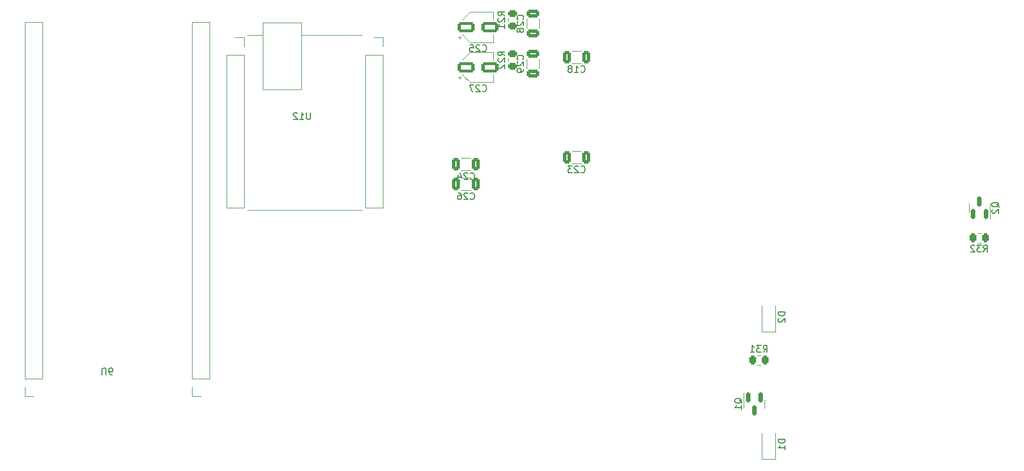
<source format=gbo>
G04 #@! TF.GenerationSoftware,KiCad,Pcbnew,6.0.11-2627ca5db0~126~ubuntu20.04.1*
G04 #@! TF.CreationDate,2023-06-25T12:50:40-04:00*
G04 #@! TF.ProjectId,SDR-Transceiver,5344522d-5472-4616-9e73-636569766572,rev?*
G04 #@! TF.SameCoordinates,Original*
G04 #@! TF.FileFunction,Legend,Bot*
G04 #@! TF.FilePolarity,Positive*
%FSLAX46Y46*%
G04 Gerber Fmt 4.6, Leading zero omitted, Abs format (unit mm)*
G04 Created by KiCad (PCBNEW 6.0.11-2627ca5db0~126~ubuntu20.04.1) date 2023-06-25 12:50:40*
%MOMM*%
%LPD*%
G01*
G04 APERTURE LIST*
G04 Aperture macros list*
%AMRoundRect*
0 Rectangle with rounded corners*
0 $1 Rounding radius*
0 $2 $3 $4 $5 $6 $7 $8 $9 X,Y pos of 4 corners*
0 Add a 4 corners polygon primitive as box body*
4,1,4,$2,$3,$4,$5,$6,$7,$8,$9,$2,$3,0*
0 Add four circle primitives for the rounded corners*
1,1,$1+$1,$2,$3*
1,1,$1+$1,$4,$5*
1,1,$1+$1,$6,$7*
1,1,$1+$1,$8,$9*
0 Add four rect primitives between the rounded corners*
20,1,$1+$1,$2,$3,$4,$5,0*
20,1,$1+$1,$4,$5,$6,$7,0*
20,1,$1+$1,$6,$7,$8,$9,0*
20,1,$1+$1,$8,$9,$2,$3,0*%
G04 Aperture macros list end*
%ADD10C,0.150000*%
%ADD11C,0.120000*%
%ADD12C,1.219200*%
%ADD13C,0.800000*%
%ADD14C,6.400000*%
%ADD15RoundRect,0.350000X-2.150000X-0.350000X2.150000X-0.350000X2.150000X0.350000X-2.150000X0.350000X0*%
%ADD16C,1.200000*%
%ADD17C,2.503200*%
%ADD18R,1.700000X1.700000*%
%ADD19O,1.700000X1.700000*%
%ADD20R,2.000000X2.000000*%
%ADD21C,2.000000*%
%ADD22C,1.981200*%
%ADD23R,4.200000X4.200000*%
%ADD24C,4.200000*%
%ADD25C,4.000000*%
%ADD26R,1.000000X1.000000*%
%ADD27R,2.000000X3.200000*%
%ADD28C,3.419200*%
%ADD29O,2.819200X1.511200*%
%ADD30RoundRect,0.250000X-0.325000X-0.650000X0.325000X-0.650000X0.325000X0.650000X-0.325000X0.650000X0*%
%ADD31RoundRect,0.150000X-0.150000X0.587500X-0.150000X-0.587500X0.150000X-0.587500X0.150000X0.587500X0*%
%ADD32RoundRect,0.250000X0.262500X0.450000X-0.262500X0.450000X-0.262500X-0.450000X0.262500X-0.450000X0*%
%ADD33RoundRect,0.150000X0.150000X-0.587500X0.150000X0.587500X-0.150000X0.587500X-0.150000X-0.587500X0*%
%ADD34RoundRect,0.250000X-1.050000X-0.550000X1.050000X-0.550000X1.050000X0.550000X-1.050000X0.550000X0*%
%ADD35R,1.200000X0.900000*%
%ADD36RoundRect,0.250000X-0.450000X0.262500X-0.450000X-0.262500X0.450000X-0.262500X0.450000X0.262500X0*%
%ADD37RoundRect,0.250000X-0.650000X0.325000X-0.650000X-0.325000X0.650000X-0.325000X0.650000X0.325000X0*%
%ADD38RoundRect,0.250000X-0.262500X-0.450000X0.262500X-0.450000X0.262500X0.450000X-0.262500X0.450000X0*%
G04 APERTURE END LIST*
D10*
X102738095Y-72332380D02*
X102738095Y-73141904D01*
X102690476Y-73237142D01*
X102642857Y-73284761D01*
X102547619Y-73332380D01*
X102357142Y-73332380D01*
X102261904Y-73284761D01*
X102214285Y-73237142D01*
X102166666Y-73141904D01*
X102166666Y-72332380D01*
X101166666Y-73332380D02*
X101738095Y-73332380D01*
X101452380Y-73332380D02*
X101452380Y-72332380D01*
X101547619Y-72475238D01*
X101642857Y-72570476D01*
X101738095Y-72618095D01*
X100785714Y-72427619D02*
X100738095Y-72380000D01*
X100642857Y-72332380D01*
X100404761Y-72332380D01*
X100309523Y-72380000D01*
X100261904Y-72427619D01*
X100214285Y-72522857D01*
X100214285Y-72618095D01*
X100261904Y-72760952D01*
X100833333Y-73332380D01*
X100214285Y-73332380D01*
X126642857Y-85207142D02*
X126690476Y-85254761D01*
X126833333Y-85302380D01*
X126928571Y-85302380D01*
X127071428Y-85254761D01*
X127166666Y-85159523D01*
X127214285Y-85064285D01*
X127261904Y-84873809D01*
X127261904Y-84730952D01*
X127214285Y-84540476D01*
X127166666Y-84445238D01*
X127071428Y-84350000D01*
X126928571Y-84302380D01*
X126833333Y-84302380D01*
X126690476Y-84350000D01*
X126642857Y-84397619D01*
X126261904Y-84397619D02*
X126214285Y-84350000D01*
X126119047Y-84302380D01*
X125880952Y-84302380D01*
X125785714Y-84350000D01*
X125738095Y-84397619D01*
X125690476Y-84492857D01*
X125690476Y-84588095D01*
X125738095Y-84730952D01*
X126309523Y-85302380D01*
X125690476Y-85302380D01*
X124833333Y-84302380D02*
X125023809Y-84302380D01*
X125119047Y-84350000D01*
X125166666Y-84397619D01*
X125261904Y-84540476D01*
X125309523Y-84730952D01*
X125309523Y-85111904D01*
X125261904Y-85207142D01*
X125214285Y-85254761D01*
X125119047Y-85302380D01*
X124928571Y-85302380D01*
X124833333Y-85254761D01*
X124785714Y-85207142D01*
X124738095Y-85111904D01*
X124738095Y-84873809D01*
X124785714Y-84778571D01*
X124833333Y-84730952D01*
X124928571Y-84683333D01*
X125119047Y-84683333D01*
X125214285Y-84730952D01*
X125261904Y-84778571D01*
X125309523Y-84873809D01*
X167250619Y-115777261D02*
X167203000Y-115682023D01*
X167107761Y-115586785D01*
X166964904Y-115443928D01*
X166917285Y-115348690D01*
X166917285Y-115253452D01*
X167155380Y-115301071D02*
X167107761Y-115205833D01*
X167012523Y-115110595D01*
X166822047Y-115062976D01*
X166488714Y-115062976D01*
X166298238Y-115110595D01*
X166203000Y-115205833D01*
X166155380Y-115301071D01*
X166155380Y-115491547D01*
X166203000Y-115586785D01*
X166298238Y-115682023D01*
X166488714Y-115729642D01*
X166822047Y-115729642D01*
X167012523Y-115682023D01*
X167107761Y-115586785D01*
X167155380Y-115491547D01*
X167155380Y-115301071D01*
X167155380Y-116682023D02*
X167155380Y-116110595D01*
X167155380Y-116396309D02*
X166155380Y-116396309D01*
X166298238Y-116301071D01*
X166393476Y-116205833D01*
X166441095Y-116110595D01*
X170436657Y-108149380D02*
X170769990Y-107673190D01*
X171008085Y-108149380D02*
X171008085Y-107149380D01*
X170627133Y-107149380D01*
X170531895Y-107197000D01*
X170484276Y-107244619D01*
X170436657Y-107339857D01*
X170436657Y-107482714D01*
X170484276Y-107577952D01*
X170531895Y-107625571D01*
X170627133Y-107673190D01*
X171008085Y-107673190D01*
X170103323Y-107149380D02*
X169484276Y-107149380D01*
X169817609Y-107530333D01*
X169674752Y-107530333D01*
X169579514Y-107577952D01*
X169531895Y-107625571D01*
X169484276Y-107720809D01*
X169484276Y-107958904D01*
X169531895Y-108054142D01*
X169579514Y-108101761D01*
X169674752Y-108149380D01*
X169960466Y-108149380D01*
X170055704Y-108101761D01*
X170103323Y-108054142D01*
X168531895Y-108149380D02*
X169103323Y-108149380D01*
X168817609Y-108149380D02*
X168817609Y-107149380D01*
X168912847Y-107292238D01*
X169008085Y-107387476D01*
X169103323Y-107435095D01*
X205702019Y-86455661D02*
X205654400Y-86360423D01*
X205559161Y-86265185D01*
X205416304Y-86122328D01*
X205368685Y-86027090D01*
X205368685Y-85931852D01*
X205606780Y-85979471D02*
X205559161Y-85884233D01*
X205463923Y-85788995D01*
X205273447Y-85741376D01*
X204940114Y-85741376D01*
X204749638Y-85788995D01*
X204654400Y-85884233D01*
X204606780Y-85979471D01*
X204606780Y-86169947D01*
X204654400Y-86265185D01*
X204749638Y-86360423D01*
X204940114Y-86408042D01*
X205273447Y-86408042D01*
X205463923Y-86360423D01*
X205559161Y-86265185D01*
X205606780Y-86169947D01*
X205606780Y-85979471D01*
X204702019Y-86788995D02*
X204654400Y-86836614D01*
X204606780Y-86931852D01*
X204606780Y-87169947D01*
X204654400Y-87265185D01*
X204702019Y-87312804D01*
X204797257Y-87360423D01*
X204892495Y-87360423D01*
X205035352Y-87312804D01*
X205606780Y-86741376D01*
X205606780Y-87360423D01*
X128442857Y-63082142D02*
X128490476Y-63129761D01*
X128633333Y-63177380D01*
X128728571Y-63177380D01*
X128871428Y-63129761D01*
X128966666Y-63034523D01*
X129014285Y-62939285D01*
X129061904Y-62748809D01*
X129061904Y-62605952D01*
X129014285Y-62415476D01*
X128966666Y-62320238D01*
X128871428Y-62225000D01*
X128728571Y-62177380D01*
X128633333Y-62177380D01*
X128490476Y-62225000D01*
X128442857Y-62272619D01*
X128061904Y-62272619D02*
X128014285Y-62225000D01*
X127919047Y-62177380D01*
X127680952Y-62177380D01*
X127585714Y-62225000D01*
X127538095Y-62272619D01*
X127490476Y-62367857D01*
X127490476Y-62463095D01*
X127538095Y-62605952D01*
X128109523Y-63177380D01*
X127490476Y-63177380D01*
X126585714Y-62177380D02*
X127061904Y-62177380D01*
X127109523Y-62653571D01*
X127061904Y-62605952D01*
X126966666Y-62558333D01*
X126728571Y-62558333D01*
X126633333Y-62605952D01*
X126585714Y-62653571D01*
X126538095Y-62748809D01*
X126538095Y-62986904D01*
X126585714Y-63082142D01*
X126633333Y-63129761D01*
X126728571Y-63177380D01*
X126966666Y-63177380D01*
X127061904Y-63129761D01*
X127109523Y-63082142D01*
X173666680Y-102132904D02*
X172666680Y-102132904D01*
X172666680Y-102371000D01*
X172714300Y-102513857D01*
X172809538Y-102609095D01*
X172904776Y-102656714D01*
X173095252Y-102704333D01*
X173238109Y-102704333D01*
X173428585Y-102656714D01*
X173523823Y-102609095D01*
X173619061Y-102513857D01*
X173666680Y-102371000D01*
X173666680Y-102132904D01*
X172761919Y-103085285D02*
X172714300Y-103132904D01*
X172666680Y-103228142D01*
X172666680Y-103466238D01*
X172714300Y-103561476D01*
X172761919Y-103609095D01*
X172857157Y-103656714D01*
X172952395Y-103656714D01*
X173095252Y-103609095D01*
X173666680Y-103037666D01*
X173666680Y-103656714D01*
X131802380Y-57794642D02*
X131326190Y-57461309D01*
X131802380Y-57223214D02*
X130802380Y-57223214D01*
X130802380Y-57604166D01*
X130850000Y-57699404D01*
X130897619Y-57747023D01*
X130992857Y-57794642D01*
X131135714Y-57794642D01*
X131230952Y-57747023D01*
X131278571Y-57699404D01*
X131326190Y-57604166D01*
X131326190Y-57223214D01*
X130897619Y-58175595D02*
X130850000Y-58223214D01*
X130802380Y-58318452D01*
X130802380Y-58556547D01*
X130850000Y-58651785D01*
X130897619Y-58699404D01*
X130992857Y-58747023D01*
X131088095Y-58747023D01*
X131230952Y-58699404D01*
X131802380Y-58127976D01*
X131802380Y-58747023D01*
X131802380Y-59699404D02*
X131802380Y-59127976D01*
X131802380Y-59413690D02*
X130802380Y-59413690D01*
X130945238Y-59318452D01*
X131040476Y-59223214D01*
X131088095Y-59127976D01*
X128442857Y-69082142D02*
X128490476Y-69129761D01*
X128633333Y-69177380D01*
X128728571Y-69177380D01*
X128871428Y-69129761D01*
X128966666Y-69034523D01*
X129014285Y-68939285D01*
X129061904Y-68748809D01*
X129061904Y-68605952D01*
X129014285Y-68415476D01*
X128966666Y-68320238D01*
X128871428Y-68225000D01*
X128728571Y-68177380D01*
X128633333Y-68177380D01*
X128490476Y-68225000D01*
X128442857Y-68272619D01*
X128061904Y-68272619D02*
X128014285Y-68225000D01*
X127919047Y-68177380D01*
X127680952Y-68177380D01*
X127585714Y-68225000D01*
X127538095Y-68272619D01*
X127490476Y-68367857D01*
X127490476Y-68463095D01*
X127538095Y-68605952D01*
X128109523Y-69177380D01*
X127490476Y-69177380D01*
X127157142Y-68177380D02*
X126490476Y-68177380D01*
X126919047Y-69177380D01*
X131802380Y-63794642D02*
X131326190Y-63461309D01*
X131802380Y-63223214D02*
X130802380Y-63223214D01*
X130802380Y-63604166D01*
X130850000Y-63699404D01*
X130897619Y-63747023D01*
X130992857Y-63794642D01*
X131135714Y-63794642D01*
X131230952Y-63747023D01*
X131278571Y-63699404D01*
X131326190Y-63604166D01*
X131326190Y-63223214D01*
X130897619Y-64175595D02*
X130850000Y-64223214D01*
X130802380Y-64318452D01*
X130802380Y-64556547D01*
X130850000Y-64651785D01*
X130897619Y-64699404D01*
X130992857Y-64747023D01*
X131088095Y-64747023D01*
X131230952Y-64699404D01*
X131802380Y-64127976D01*
X131802380Y-64747023D01*
X130897619Y-65127976D02*
X130850000Y-65175595D01*
X130802380Y-65270833D01*
X130802380Y-65508928D01*
X130850000Y-65604166D01*
X130897619Y-65651785D01*
X130992857Y-65699404D01*
X131088095Y-65699404D01*
X131230952Y-65651785D01*
X131802380Y-65080357D01*
X131802380Y-65699404D01*
X143167857Y-66207142D02*
X143215476Y-66254761D01*
X143358333Y-66302380D01*
X143453571Y-66302380D01*
X143596428Y-66254761D01*
X143691666Y-66159523D01*
X143739285Y-66064285D01*
X143786904Y-65873809D01*
X143786904Y-65730952D01*
X143739285Y-65540476D01*
X143691666Y-65445238D01*
X143596428Y-65350000D01*
X143453571Y-65302380D01*
X143358333Y-65302380D01*
X143215476Y-65350000D01*
X143167857Y-65397619D01*
X142215476Y-66302380D02*
X142786904Y-66302380D01*
X142501190Y-66302380D02*
X142501190Y-65302380D01*
X142596428Y-65445238D01*
X142691666Y-65540476D01*
X142786904Y-65588095D01*
X141644047Y-65730952D02*
X141739285Y-65683333D01*
X141786904Y-65635714D01*
X141834523Y-65540476D01*
X141834523Y-65492857D01*
X141786904Y-65397619D01*
X141739285Y-65350000D01*
X141644047Y-65302380D01*
X141453571Y-65302380D01*
X141358333Y-65350000D01*
X141310714Y-65397619D01*
X141263095Y-65492857D01*
X141263095Y-65540476D01*
X141310714Y-65635714D01*
X141358333Y-65683333D01*
X141453571Y-65730952D01*
X141644047Y-65730952D01*
X141739285Y-65778571D01*
X141786904Y-65826190D01*
X141834523Y-65921428D01*
X141834523Y-66111904D01*
X141786904Y-66207142D01*
X141739285Y-66254761D01*
X141644047Y-66302380D01*
X141453571Y-66302380D01*
X141358333Y-66254761D01*
X141310714Y-66207142D01*
X141263095Y-66111904D01*
X141263095Y-65921428D01*
X141310714Y-65826190D01*
X141358333Y-65778571D01*
X141453571Y-65730952D01*
X143167857Y-81207142D02*
X143215476Y-81254761D01*
X143358333Y-81302380D01*
X143453571Y-81302380D01*
X143596428Y-81254761D01*
X143691666Y-81159523D01*
X143739285Y-81064285D01*
X143786904Y-80873809D01*
X143786904Y-80730952D01*
X143739285Y-80540476D01*
X143691666Y-80445238D01*
X143596428Y-80350000D01*
X143453571Y-80302380D01*
X143358333Y-80302380D01*
X143215476Y-80350000D01*
X143167857Y-80397619D01*
X142786904Y-80397619D02*
X142739285Y-80350000D01*
X142644047Y-80302380D01*
X142405952Y-80302380D01*
X142310714Y-80350000D01*
X142263095Y-80397619D01*
X142215476Y-80492857D01*
X142215476Y-80588095D01*
X142263095Y-80730952D01*
X142834523Y-81302380D01*
X142215476Y-81302380D01*
X141882142Y-80302380D02*
X141263095Y-80302380D01*
X141596428Y-80683333D01*
X141453571Y-80683333D01*
X141358333Y-80730952D01*
X141310714Y-80778571D01*
X141263095Y-80873809D01*
X141263095Y-81111904D01*
X141310714Y-81207142D01*
X141358333Y-81254761D01*
X141453571Y-81302380D01*
X141739285Y-81302380D01*
X141834523Y-81254761D01*
X141882142Y-81207142D01*
X71613095Y-111495119D02*
X71613095Y-110685595D01*
X71660714Y-110590357D01*
X71708333Y-110542738D01*
X71803571Y-110495119D01*
X71994047Y-110495119D01*
X72089285Y-110542738D01*
X72136904Y-110590357D01*
X72184523Y-110685595D01*
X72184523Y-111495119D01*
X73089285Y-111495119D02*
X72898809Y-111495119D01*
X72803571Y-111447500D01*
X72755952Y-111399880D01*
X72660714Y-111257023D01*
X72613095Y-111066547D01*
X72613095Y-110685595D01*
X72660714Y-110590357D01*
X72708333Y-110542738D01*
X72803571Y-110495119D01*
X72994047Y-110495119D01*
X73089285Y-110542738D01*
X73136904Y-110590357D01*
X73184523Y-110685595D01*
X73184523Y-110923690D01*
X73136904Y-111018928D01*
X73089285Y-111066547D01*
X72994047Y-111114166D01*
X72803571Y-111114166D01*
X72708333Y-111066547D01*
X72660714Y-111018928D01*
X72613095Y-110923690D01*
X134507142Y-58357142D02*
X134554761Y-58309523D01*
X134602380Y-58166666D01*
X134602380Y-58071428D01*
X134554761Y-57928571D01*
X134459523Y-57833333D01*
X134364285Y-57785714D01*
X134173809Y-57738095D01*
X134030952Y-57738095D01*
X133840476Y-57785714D01*
X133745238Y-57833333D01*
X133650000Y-57928571D01*
X133602380Y-58071428D01*
X133602380Y-58166666D01*
X133650000Y-58309523D01*
X133697619Y-58357142D01*
X133697619Y-58738095D02*
X133650000Y-58785714D01*
X133602380Y-58880952D01*
X133602380Y-59119047D01*
X133650000Y-59214285D01*
X133697619Y-59261904D01*
X133792857Y-59309523D01*
X133888095Y-59309523D01*
X134030952Y-59261904D01*
X134602380Y-58690476D01*
X134602380Y-59309523D01*
X134030952Y-59880952D02*
X133983333Y-59785714D01*
X133935714Y-59738095D01*
X133840476Y-59690476D01*
X133792857Y-59690476D01*
X133697619Y-59738095D01*
X133650000Y-59785714D01*
X133602380Y-59880952D01*
X133602380Y-60071428D01*
X133650000Y-60166666D01*
X133697619Y-60214285D01*
X133792857Y-60261904D01*
X133840476Y-60261904D01*
X133935714Y-60214285D01*
X133983333Y-60166666D01*
X134030952Y-60071428D01*
X134030952Y-59880952D01*
X134078571Y-59785714D01*
X134126190Y-59738095D01*
X134221428Y-59690476D01*
X134411904Y-59690476D01*
X134507142Y-59738095D01*
X134554761Y-59785714D01*
X134602380Y-59880952D01*
X134602380Y-60071428D01*
X134554761Y-60166666D01*
X134507142Y-60214285D01*
X134411904Y-60261904D01*
X134221428Y-60261904D01*
X134126190Y-60214285D01*
X134078571Y-60166666D01*
X134030952Y-60071428D01*
X203359757Y-93146780D02*
X203693090Y-92670590D01*
X203931185Y-93146780D02*
X203931185Y-92146780D01*
X203550233Y-92146780D01*
X203454995Y-92194400D01*
X203407376Y-92242019D01*
X203359757Y-92337257D01*
X203359757Y-92480114D01*
X203407376Y-92575352D01*
X203454995Y-92622971D01*
X203550233Y-92670590D01*
X203931185Y-92670590D01*
X203026423Y-92146780D02*
X202407376Y-92146780D01*
X202740709Y-92527733D01*
X202597852Y-92527733D01*
X202502614Y-92575352D01*
X202454995Y-92622971D01*
X202407376Y-92718209D01*
X202407376Y-92956304D01*
X202454995Y-93051542D01*
X202502614Y-93099161D01*
X202597852Y-93146780D01*
X202883566Y-93146780D01*
X202978804Y-93099161D01*
X203026423Y-93051542D01*
X202026423Y-92242019D02*
X201978804Y-92194400D01*
X201883566Y-92146780D01*
X201645471Y-92146780D01*
X201550233Y-92194400D01*
X201502614Y-92242019D01*
X201454995Y-92337257D01*
X201454995Y-92432495D01*
X201502614Y-92575352D01*
X202074042Y-93146780D01*
X201454995Y-93146780D01*
X134507142Y-64357142D02*
X134554761Y-64309523D01*
X134602380Y-64166666D01*
X134602380Y-64071428D01*
X134554761Y-63928571D01*
X134459523Y-63833333D01*
X134364285Y-63785714D01*
X134173809Y-63738095D01*
X134030952Y-63738095D01*
X133840476Y-63785714D01*
X133745238Y-63833333D01*
X133650000Y-63928571D01*
X133602380Y-64071428D01*
X133602380Y-64166666D01*
X133650000Y-64309523D01*
X133697619Y-64357142D01*
X133697619Y-64738095D02*
X133650000Y-64785714D01*
X133602380Y-64880952D01*
X133602380Y-65119047D01*
X133650000Y-65214285D01*
X133697619Y-65261904D01*
X133792857Y-65309523D01*
X133888095Y-65309523D01*
X134030952Y-65261904D01*
X134602380Y-64690476D01*
X134602380Y-65309523D01*
X134602380Y-65785714D02*
X134602380Y-65976190D01*
X134554761Y-66071428D01*
X134507142Y-66119047D01*
X134364285Y-66214285D01*
X134173809Y-66261904D01*
X133792857Y-66261904D01*
X133697619Y-66214285D01*
X133650000Y-66166666D01*
X133602380Y-66071428D01*
X133602380Y-65880952D01*
X133650000Y-65785714D01*
X133697619Y-65738095D01*
X133792857Y-65690476D01*
X134030952Y-65690476D01*
X134126190Y-65738095D01*
X134173809Y-65785714D01*
X134221428Y-65880952D01*
X134221428Y-66071428D01*
X134173809Y-66166666D01*
X134126190Y-66214285D01*
X134030952Y-66261904D01*
X126642857Y-82207142D02*
X126690476Y-82254761D01*
X126833333Y-82302380D01*
X126928571Y-82302380D01*
X127071428Y-82254761D01*
X127166666Y-82159523D01*
X127214285Y-82064285D01*
X127261904Y-81873809D01*
X127261904Y-81730952D01*
X127214285Y-81540476D01*
X127166666Y-81445238D01*
X127071428Y-81350000D01*
X126928571Y-81302380D01*
X126833333Y-81302380D01*
X126690476Y-81350000D01*
X126642857Y-81397619D01*
X126261904Y-81397619D02*
X126214285Y-81350000D01*
X126119047Y-81302380D01*
X125880952Y-81302380D01*
X125785714Y-81350000D01*
X125738095Y-81397619D01*
X125690476Y-81492857D01*
X125690476Y-81588095D01*
X125738095Y-81730952D01*
X126309523Y-82302380D01*
X125690476Y-82302380D01*
X124833333Y-81635714D02*
X124833333Y-82302380D01*
X125071428Y-81254761D02*
X125309523Y-81969047D01*
X124690476Y-81969047D01*
X173666680Y-121182904D02*
X172666680Y-121182904D01*
X172666680Y-121421000D01*
X172714300Y-121563857D01*
X172809538Y-121659095D01*
X172904776Y-121706714D01*
X173095252Y-121754333D01*
X173238109Y-121754333D01*
X173428585Y-121706714D01*
X173523823Y-121659095D01*
X173619061Y-121563857D01*
X173666680Y-121421000D01*
X173666680Y-121182904D01*
X173666680Y-122706714D02*
X173666680Y-122135285D01*
X173666680Y-122421000D02*
X172666680Y-122421000D01*
X172809538Y-122325761D01*
X172904776Y-122230523D01*
X172952395Y-122135285D01*
D11*
X90170000Y-63650000D02*
X90170000Y-86570000D01*
X113580000Y-63650000D02*
X113580000Y-86570000D01*
X113580000Y-62380000D02*
X113580000Y-61050000D01*
X92830000Y-62380000D02*
X92830000Y-61050000D01*
X110400000Y-60730000D02*
X101400000Y-60730000D01*
X110400000Y-86880000D02*
X93300000Y-86880000D01*
X92830000Y-63650000D02*
X90170000Y-63650000D01*
X101400000Y-68830000D02*
X101400000Y-58830000D01*
X92830000Y-61050000D02*
X91500000Y-61050000D01*
X95600000Y-60730000D02*
X93300000Y-60730000D01*
X113580000Y-86570000D02*
X110920000Y-86570000D01*
X113580000Y-63650000D02*
X110920000Y-63650000D01*
X101400000Y-68830000D02*
X95600000Y-68830000D01*
X95600000Y-68830000D02*
X95600000Y-58830000D01*
X92830000Y-86570000D02*
X90170000Y-86570000D01*
X101400000Y-58830000D02*
X95600000Y-58830000D01*
X92830000Y-63650000D02*
X92830000Y-86570000D01*
X113580000Y-61050000D02*
X112250000Y-61050000D01*
X110920000Y-63650000D02*
X110920000Y-86570000D01*
X125288748Y-82090000D02*
X126711252Y-82090000D01*
X125288748Y-83910000D02*
X126711252Y-83910000D01*
X167543000Y-115872500D02*
X167543000Y-114197500D01*
X170663000Y-115872500D02*
X170663000Y-116522500D01*
X167543000Y-115872500D02*
X167543000Y-116522500D01*
X170663000Y-115872500D02*
X170663000Y-115222500D01*
X170020864Y-108612000D02*
X169566736Y-108612000D01*
X170020864Y-110082000D02*
X169566736Y-110082000D01*
X204314400Y-86550900D02*
X204314400Y-85900900D01*
X204314400Y-86550900D02*
X204314400Y-88225900D01*
X201194400Y-86550900D02*
X201194400Y-85900900D01*
X201194400Y-86550900D02*
X201194400Y-87200900D01*
X126604437Y-61785000D02*
X130060000Y-61785000D01*
X125540000Y-58329437D02*
X126604437Y-57265000D01*
X125540000Y-58329437D02*
X125540000Y-58465000D01*
X125540000Y-60720563D02*
X125540000Y-60585000D01*
X130060000Y-61785000D02*
X130060000Y-60585000D01*
X125050000Y-61335000D02*
X125050000Y-60835000D01*
X126604437Y-57265000D02*
X130060000Y-57265000D01*
X124800000Y-61085000D02*
X125300000Y-61085000D01*
X125540000Y-60720563D02*
X126604437Y-61785000D01*
X130060000Y-57265000D02*
X130060000Y-58465000D01*
X172214300Y-105121000D02*
X170214300Y-105121000D01*
X170214300Y-105121000D02*
X170214300Y-101221000D01*
X172214300Y-105121000D02*
X172214300Y-101221000D01*
X133735000Y-58210436D02*
X133735000Y-58664564D01*
X132265000Y-58210436D02*
X132265000Y-58664564D01*
X130060000Y-63265000D02*
X130060000Y-64465000D01*
X125540000Y-64329437D02*
X126604437Y-63265000D01*
X125050000Y-67335000D02*
X125050000Y-66835000D01*
X125540000Y-66720563D02*
X126604437Y-67785000D01*
X130060000Y-67785000D02*
X130060000Y-66585000D01*
X125540000Y-66720563D02*
X125540000Y-66585000D01*
X126604437Y-63265000D02*
X130060000Y-63265000D01*
X126604437Y-67785000D02*
X130060000Y-67785000D01*
X124800000Y-67085000D02*
X125300000Y-67085000D01*
X125540000Y-64329437D02*
X125540000Y-64465000D01*
X133735000Y-64210436D02*
X133735000Y-64664564D01*
X132265000Y-64210436D02*
X132265000Y-64664564D01*
X141813748Y-63090000D02*
X143236252Y-63090000D01*
X141813748Y-64910000D02*
X143236252Y-64910000D01*
X141813748Y-79910000D02*
X143236252Y-79910000D01*
X141813748Y-78090000D02*
X143236252Y-78090000D01*
X60045000Y-58740000D02*
X62705000Y-58740000D01*
X85045000Y-114740000D02*
X86375000Y-114740000D01*
X60045000Y-113410000D02*
X60045000Y-114740000D01*
X85045000Y-58740000D02*
X87705000Y-58740000D01*
X85045000Y-112140000D02*
X85045000Y-58740000D01*
X87705000Y-112140000D02*
X87705000Y-58740000D01*
X60045000Y-114740000D02*
X61375000Y-114740000D01*
X85045000Y-112140000D02*
X87705000Y-112140000D01*
X85045000Y-113410000D02*
X85045000Y-114740000D01*
X60045000Y-112140000D02*
X60045000Y-58740000D01*
X62705000Y-112140000D02*
X62705000Y-58740000D01*
X60045000Y-112140000D02*
X62705000Y-112140000D01*
X135090000Y-58288748D02*
X135090000Y-59711252D01*
X136910000Y-58288748D02*
X136910000Y-59711252D01*
X202489836Y-90309400D02*
X202943964Y-90309400D01*
X202489836Y-91779400D02*
X202943964Y-91779400D01*
X135090000Y-64288748D02*
X135090000Y-65711252D01*
X136910000Y-64288748D02*
X136910000Y-65711252D01*
X125288748Y-80910000D02*
X126711252Y-80910000D01*
X125288748Y-79090000D02*
X126711252Y-79090000D01*
X170214300Y-124171000D02*
X170214300Y-120271000D01*
X172214300Y-124171000D02*
X172214300Y-120271000D01*
X172214300Y-124171000D02*
X170214300Y-124171000D01*
%LPC*%
D12*
X208963000Y-88210400D02*
G75*
G03*
X208963000Y-88210400I-609600J0D01*
G01*
X208963000Y-83210400D02*
G75*
G03*
X208963000Y-83210400I-609600J0D01*
G01*
X208963000Y-80610400D02*
G75*
G03*
X208963000Y-80610400I-609600J0D01*
G01*
X213963000Y-85710400D02*
G75*
G03*
X213963000Y-85710400I-609600J0D01*
G01*
X208963000Y-90810400D02*
G75*
G03*
X208963000Y-90810400I-609600J0D01*
G01*
X94894200Y-52500000D02*
G75*
G03*
X94894200Y-52500000I-609600J0D01*
G01*
X102494200Y-52500000D02*
G75*
G03*
X102494200Y-52500000I-609600J0D01*
G01*
X97394200Y-47500000D02*
G75*
G03*
X97394200Y-47500000I-609600J0D01*
G01*
X92294200Y-52500000D02*
G75*
G03*
X92294200Y-52500000I-609600J0D01*
G01*
X99894200Y-52500000D02*
G75*
G03*
X99894200Y-52500000I-609600J0D01*
G01*
D13*
X212302944Y-46302944D03*
X214000000Y-45600000D03*
X216400000Y-48000000D03*
X214000000Y-50400000D03*
D14*
X214000000Y-48000000D03*
D13*
X212302944Y-49697056D03*
X215697056Y-49697056D03*
X211600000Y-48000000D03*
X215697056Y-46302944D03*
D15*
X215016080Y-130662680D03*
X215023700Y-125834140D03*
D16*
X208353400Y-85710400D03*
X215853400Y-90710400D03*
X213353400Y-90710400D03*
X213353400Y-80710400D03*
X215853400Y-80710400D03*
D17*
X208353400Y-90810400D03*
X208353400Y-88210400D03*
X213353400Y-85710400D03*
X208353400Y-80610400D03*
X208353400Y-83210400D03*
D18*
X154813000Y-49657000D03*
D19*
X152273000Y-49657000D03*
X149733000Y-49657000D03*
X147193000Y-49657000D03*
D20*
X174627800Y-124475500D03*
D21*
X179707800Y-124475500D03*
X182247800Y-124475500D03*
X184787800Y-124475500D03*
X184787800Y-119395500D03*
X182247800Y-119395500D03*
X179707800Y-119395500D03*
X174627800Y-119395500D03*
D22*
X150217000Y-93716594D03*
X157837000Y-101336594D03*
X152757000Y-93716594D03*
X160377000Y-101336594D03*
X155297000Y-93716594D03*
X162917000Y-101336594D03*
D13*
X59697056Y-141697056D03*
X56302944Y-141697056D03*
X58000000Y-137600000D03*
X58000000Y-142400000D03*
D14*
X58000000Y-140000000D03*
D13*
X55600000Y-140000000D03*
X59697056Y-138302944D03*
X56302944Y-138302944D03*
X60400000Y-140000000D03*
D19*
X214000000Y-70674600D03*
X214000000Y-68134600D03*
X214000000Y-65594600D03*
X214000000Y-57974600D03*
X214000000Y-63054600D03*
X214000000Y-60514600D03*
D18*
X214000000Y-55434600D03*
D22*
X199773800Y-113553500D03*
X199773800Y-110759500D03*
D23*
X116713000Y-129413000D03*
D24*
X116713000Y-135413000D03*
D25*
X121413000Y-132413000D03*
D18*
X188994300Y-130625000D03*
D19*
X191534300Y-130625000D03*
X194074300Y-130625000D03*
D18*
X169690300Y-130625000D03*
D19*
X172230300Y-130625000D03*
X174770300Y-130625000D03*
D13*
X214000000Y-142400000D03*
X212302944Y-141697056D03*
X212302944Y-138302944D03*
X216400000Y-140000000D03*
X215697056Y-138302944D03*
D14*
X214000000Y-140000000D03*
D13*
X215697056Y-141697056D03*
X214000000Y-137600000D03*
X211600000Y-140000000D03*
X58000000Y-50400000D03*
X58000000Y-45600000D03*
D14*
X58000000Y-48000000D03*
D13*
X60400000Y-48000000D03*
X59697056Y-46302944D03*
X55600000Y-48000000D03*
X56302944Y-46302944D03*
X56302944Y-49697056D03*
X59697056Y-49697056D03*
D16*
X101784600Y-47500000D03*
X91784600Y-47500000D03*
X91784600Y-45000000D03*
X101784600Y-45000000D03*
X96784600Y-52500000D03*
D17*
X101884600Y-52500000D03*
X99284600Y-52500000D03*
X96784600Y-47500000D03*
X91684600Y-52500000D03*
X94284600Y-52500000D03*
D26*
X205615800Y-118125500D03*
D15*
X215016080Y-120248680D03*
X215023700Y-115420140D03*
D20*
X94000000Y-125222000D03*
D21*
X89000000Y-125222000D03*
X91500000Y-125222000D03*
D27*
X97100000Y-132722000D03*
X85900000Y-132722000D03*
D21*
X89000000Y-139722000D03*
X94000000Y-139722000D03*
D18*
X132969000Y-141605000D03*
D19*
X135509000Y-141605000D03*
X138049000Y-141605000D03*
X140589000Y-141605000D03*
X143129000Y-141605000D03*
X145669000Y-141605000D03*
X148209000Y-141605000D03*
D18*
X169690300Y-94625000D03*
D19*
X172230300Y-94625000D03*
X174770300Y-94625000D03*
D18*
X188994300Y-94625000D03*
D19*
X191534300Y-94625000D03*
X194074300Y-94625000D03*
D20*
X174770300Y-105293000D03*
D21*
X179850300Y-105293000D03*
X182390300Y-105293000D03*
X184930300Y-105293000D03*
X184930300Y-100213000D03*
X182390300Y-100213000D03*
X179850300Y-100213000D03*
X174770300Y-100213000D03*
D22*
X184785000Y-61134000D03*
X177165000Y-53514000D03*
X182245000Y-61134000D03*
X174625000Y-53514000D03*
X179705000Y-61134000D03*
X172085000Y-53514000D03*
D28*
X211328000Y-98171000D03*
X211328000Y-108331000D03*
D29*
X206248000Y-100711000D03*
X206248000Y-103251000D03*
D20*
X73000000Y-125222000D03*
D21*
X68000000Y-125222000D03*
X70500000Y-125222000D03*
D27*
X64900000Y-132722000D03*
X76100000Y-132722000D03*
D21*
X68000000Y-139722000D03*
X73000000Y-139722000D03*
D19*
X91500000Y-75080000D03*
X91500000Y-72540000D03*
X91500000Y-85240000D03*
X112250000Y-70000000D03*
X112250000Y-67460000D03*
X112250000Y-75080000D03*
X91500000Y-77620000D03*
X91500000Y-70000000D03*
X91500000Y-67460000D03*
X91500000Y-64920000D03*
D18*
X91500000Y-62380000D03*
X112250000Y-62380000D03*
D19*
X112250000Y-64920000D03*
X112250000Y-72540000D03*
X112250000Y-77620000D03*
X112250000Y-80160000D03*
X112250000Y-82700000D03*
X112250000Y-85240000D03*
X91500000Y-82700000D03*
X91500000Y-80160000D03*
D30*
X124525000Y-83000000D03*
X127475000Y-83000000D03*
D31*
X168153000Y-114935000D03*
X170053000Y-114935000D03*
X169103000Y-116810000D03*
D32*
X170706300Y-109347000D03*
X168881300Y-109347000D03*
D33*
X203704400Y-87488400D03*
X201804400Y-87488400D03*
X202754400Y-85613400D03*
D34*
X126000000Y-59525000D03*
X129600000Y-59525000D03*
D35*
X171214300Y-104521000D03*
X171214300Y-101221000D03*
D36*
X133000000Y-57525000D03*
X133000000Y-59350000D03*
D34*
X126000000Y-65525000D03*
X129600000Y-65525000D03*
D36*
X133000000Y-63525000D03*
X133000000Y-65350000D03*
D30*
X141050000Y-64000000D03*
X144000000Y-64000000D03*
X141050000Y-79000000D03*
X144000000Y-79000000D03*
D18*
X61375000Y-113410000D03*
D19*
X61375000Y-110870000D03*
X61375000Y-108330000D03*
X61375000Y-105790000D03*
X61375000Y-103250000D03*
X61375000Y-100710000D03*
X61375000Y-98170000D03*
X61375000Y-95630000D03*
X61375000Y-93090000D03*
X61375000Y-90550000D03*
X61375000Y-88010000D03*
X61375000Y-85470000D03*
X61375000Y-82930000D03*
X61375000Y-80390000D03*
X61375000Y-77850000D03*
X61375000Y-75310000D03*
X61375000Y-72770000D03*
X61375000Y-70230000D03*
X61375000Y-67690000D03*
X61375000Y-65150000D03*
X61375000Y-62610000D03*
X61375000Y-60070000D03*
X86375000Y-60070000D03*
X86375000Y-62610000D03*
X86375000Y-65150000D03*
X86375000Y-67690000D03*
X86375000Y-70230000D03*
X86375000Y-72770000D03*
X86375000Y-75310000D03*
X86375000Y-77850000D03*
X86375000Y-80390000D03*
X86375000Y-82930000D03*
X86375000Y-85470000D03*
X86375000Y-88010000D03*
X86375000Y-90550000D03*
X86375000Y-93090000D03*
X86375000Y-95630000D03*
X86375000Y-98170000D03*
X86375000Y-100710000D03*
X86375000Y-103250000D03*
X86375000Y-105790000D03*
X86375000Y-108330000D03*
X86375000Y-110870000D03*
D18*
X86375000Y-113410000D03*
D37*
X136000000Y-57525000D03*
X136000000Y-60475000D03*
D38*
X201804400Y-91044400D03*
X203629400Y-91044400D03*
D37*
X136000000Y-63525000D03*
X136000000Y-66475000D03*
D30*
X124525000Y-80000000D03*
X127475000Y-80000000D03*
D35*
X171214300Y-123571000D03*
X171214300Y-120271000D03*
M02*

</source>
